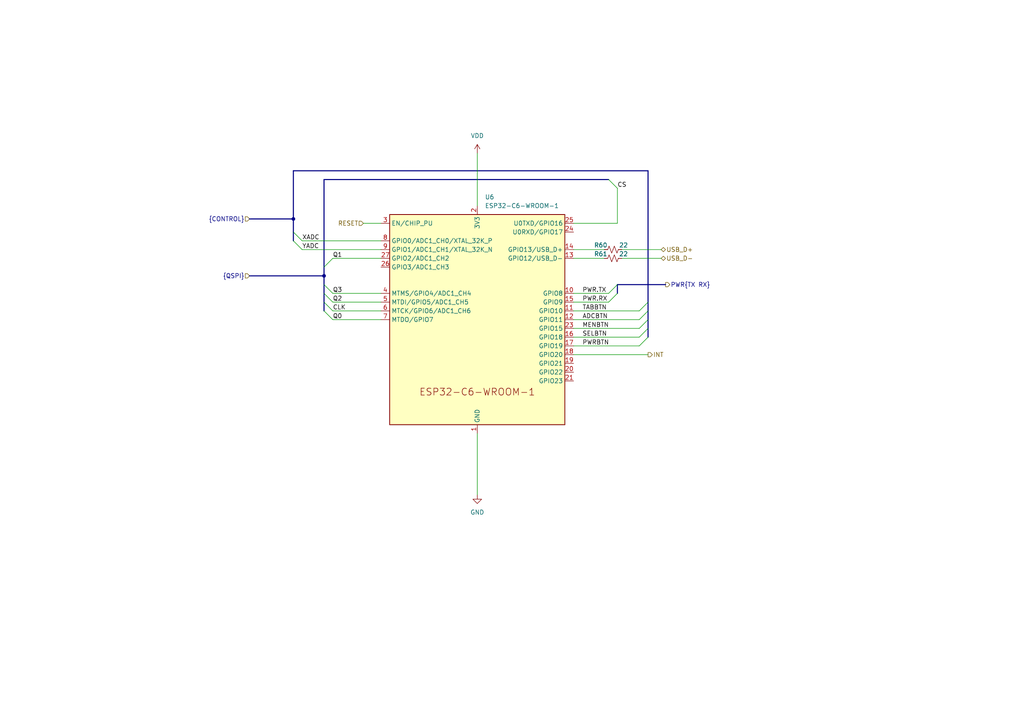
<source format=kicad_sch>
(kicad_sch (version 20250114) (generator "eeschema") (generator_version "9.0")
  (paper "A4")
  (title_block (title "WiFi Microcontroller") (rev "A") (company "MLABS") (comment 1 "MSign-NG"))
  (lib_symbols
    (symbol "Device:R_Small_US" (pin_numbers (hide yes)) (pin_names (offset 0.254) (hide yes))
      (property "Reference" "R" (at 0.762 0.508 0))
      (property "Value" "R_Small_US" (at 0.762 -1.016 0))
      (symbol "R_Small_US_1_1"
        (polyline (pts (xy 0 1.524) (xy 1.016 1.143) (xy 0 0.762) (xy -1.016 0.381) (xy 0 0)))
        (polyline (pts (xy 0 0) (xy 1.016 -0.381) (xy 0 -0.762) (xy -1.016 -1.143) (xy 0 -1.524)))
        (pin passive line (at 0 2.54 270) (length 1.016) (name "~") (number "1"))
        (pin passive line (at 0 -2.54 90) (length 1.016) (name "~") (number "2"))
      )
    )
    (symbol "PCM_Espressif:ESP32-C6-WROOM-1"
      (property "Reference" "U" (at -25.4 35.56 0))
      (property "Value" "ESP32-C6-WROOM-1" (at -25.4 33.02 0))
      (symbol "ESP32-C6-WROOM-1_0_0"
        (text "ESP32-C6-WROOM-1" (at 0 -20.955 0) (effects (font (size 2 2))))
      )
      (symbol "ESP32-C6-WROOM-1_0_1"
        (rectangle (start -25.4 30.48) (end 25.4 -30.48) (stroke (width 0.254)) (fill (type background)))
      )
      (symbol "ESP32-C6-WROOM-1_1_1"
        (pin input line (at -27.94 27.94 0) (length 2.54) (name "EN/CHIP_PU") (number "3"))
        (pin bidirectional line (at -27.94 22.86 0) (length 2.54) (name "GPIO0/ADC1_CH0/XTAL_32K_P") (number "8"))
        (pin bidirectional line (at -27.94 20.32 0) (length 2.54) (name "GPIO1/ADC1_CH1/XTAL_32K_N") (number "9"))
        (pin bidirectional line (at -27.94 17.78 0) (length 2.54) (name "GPIO2/ADC1_CH2") (number "27"))
        (pin bidirectional line (at -27.94 15.24 0) (length 2.54) (name "GPIO3/ADC1_CH3") (number "26"))
        (pin bidirectional line (at -27.94 7.62 0) (length 2.54) (name "MTMS/GPIO4/ADC1_CH4") (number "4"))
        (pin bidirectional line (at -27.94 5.08 0) (length 2.54) (name "MTDI/GPIO5/ADC1_CH5") (number "5"))
        (pin bidirectional line (at -27.94 2.54 0) (length 2.54) (name "MTCK/GPIO6/ADC1_CH6") (number "6"))
        (pin bidirectional line (at -27.94 0 0) (length 2.54) (name "MTDO/GPIO7") (number "7"))
        (pin no_connect line (at -25.4 -12.7 0) (length 2.54) (hide yes) (name "NC") (number "22"))
        (pin power_in line (at 0 33.02 270) (length 2.54) (name "3V3") (number "2"))
        (pin power_in line (at 0 -33.02 90) (length 2.54) (name "GND") (number "1"))
        (pin passive line (at 0 -33.02 90) (length 2.54) (hide yes) (name "GND") (number "28"))
        (pin passive line (at 0 -33.02 90) (length 2.54) (hide yes) (name "GND") (number "29"))
        (pin bidirectional line (at 27.94 27.94 180) (length 2.54) (name "U0TXD/GPIO16") (number "25"))
        (pin bidirectional line (at 27.94 25.4 180) (length 2.54) (name "U0RXD/GPIO17") (number "24"))
        (pin bidirectional line (at 27.94 20.32 180) (length 2.54) (name "GPIO13/USB_D+") (number "14"))
        (pin bidirectional line (at 27.94 17.78 180) (length 2.54) (name "GPIO12/USB_D-") (number "13"))
        (pin bidirectional line (at 27.94 7.62 180) (length 2.54) (name "GPIO8") (number "10"))
        (pin bidirectional line (at 27.94 5.08 180) (length 2.54) (name "GPIO9") (number "15"))
        (pin bidirectional line (at 27.94 2.54 180) (length 2.54) (name "GPIO10") (number "11"))
        (pin bidirectional line (at 27.94 0 180) (length 2.54) (name "GPIO11") (number "12"))
        (pin bidirectional line (at 27.94 -2.54 180) (length 2.54) (name "GPIO15") (number "23"))
        (pin bidirectional line (at 27.94 -5.08 180) (length 2.54) (name "GPIO18") (number "16"))
        (pin bidirectional line (at 27.94 -7.62 180) (length 2.54) (name "GPIO19") (number "17"))
        (pin bidirectional line (at 27.94 -10.16 180) (length 2.54) (name "GPIO20") (number "18"))
        (pin bidirectional line (at 27.94 -12.7 180) (length 2.54) (name "GPIO21") (number "19"))
        (pin bidirectional line (at 27.94 -15.24 180) (length 2.54) (name "GPIO22") (number "20"))
        (pin bidirectional line (at 27.94 -17.78 180) (length 2.54) (name "GPIO23") (number "21"))
      )
    )
    (symbol "power:GND" (power) (pin_numbers (hide yes)) (pin_names (offset 0) (hide yes))
      (property "Value" "GND" (at 0 -3.81 0))
      (symbol "GND_0_1"
        (polyline (pts (xy 0 0) (xy 0 -1.27) (xy 1.27 -1.27) (xy 0 -2.54) (xy -1.27 -1.27) (xy 0 -1.27)))
      )
      (symbol "GND_1_1"
        (pin power_in line (at 0 0 270) (length 0) (name "~") (number "1"))
      )
    )
    (symbol "power:VDD" (power) (pin_numbers (hide yes)) (pin_names (offset 0) (hide yes))
      (property "Value" "VDD" (at 0 3.556 0))
      (symbol "VDD_0_1"
        (polyline (pts (xy -0.762 1.27) (xy 0 2.54)))
        (polyline (pts (xy 0 2.54) (xy 0.762 1.27)))
        (polyline (pts (xy 0 0) (xy 0 2.54)))
      )
      (symbol "VDD_1_1"
        (pin power_in line (at 0 0 90) (length 0) (name "~") (number "1"))
      )
    )
  )
  (junction (at 93.98 80.01))
  (junction (at 85.09 63.5))
  (bus_entry (at 187.96 97.79) (size -2.54 2.54))
  (bus_entry (at 187.96 87.63) (size -2.54 2.54))
  (bus_entry (at 187.96 90.17) (size -2.54 2.54))
  (bus_entry (at 179.07 85.09) (size -2.54 2.54))
  (bus_entry (at 93.98 85.09) (size 2.54 2.54))
  (bus_entry (at 187.96 95.25) (size -2.54 2.54))
  (bus_entry (at 85.09 67.31) (size 2.54 2.54))
  (bus_entry (at 85.09 69.85) (size 2.54 2.54))
  (bus_entry (at 93.98 90.17) (size 2.54 2.54))
  (bus_entry (at 176.53 52.07) (size 2.54 2.54))
  (bus_entry (at 93.98 77.47) (size 2.54 -2.54))
  (bus_entry (at 93.98 87.63) (size 2.54 2.54))
  (bus_entry (at 187.96 92.71) (size -2.54 2.54))
  (bus_entry (at 179.07 82.55) (size -2.54 2.54))
  (bus_entry (at 93.98 82.55) (size 2.54 2.54))
  (wire (pts (xy 166.37 97.79) (xy 185.42 97.79)))
  (bus (pts (xy 93.98 52.07) (xy 176.53 52.07)))
  (bus (pts (xy 85.09 63.5) (xy 85.09 67.31)))
  (wire (pts (xy 138.43 125.73) (xy 138.43 143.51)))
  (wire (pts (xy 96.52 85.09) (xy 110.49 85.09)))
  (wire (pts (xy 179.07 54.61) (xy 179.07 64.77)))
  (bus (pts (xy 93.98 85.09) (xy 93.98 87.63)))
  (bus (pts (xy 187.96 95.25) (xy 187.96 97.79)))
  (wire (pts (xy 166.37 87.63) (xy 176.53 87.63)))
  (bus (pts (xy 93.98 77.47) (xy 93.98 80.01)))
  (wire (pts (xy 96.52 90.17) (xy 110.49 90.17)))
  (wire (pts (xy 166.37 100.33) (xy 185.42 100.33)))
  (wire (pts (xy 138.43 44.45) (xy 138.43 59.69)))
  (wire (pts (xy 166.37 95.25) (xy 185.42 95.25)))
  (wire (pts (xy 166.37 90.17) (xy 185.42 90.17)))
  (wire (pts (xy 166.37 102.87) (xy 187.96 102.87)))
  (bus (pts (xy 187.96 90.17) (xy 187.96 92.71)))
  (wire (pts (xy 105.41 64.77) (xy 110.49 64.77)))
  (bus (pts (xy 93.98 82.55) (xy 93.98 85.09)))
  (wire (pts (xy 87.63 72.39) (xy 110.49 72.39)))
  (bus (pts (xy 85.09 63.5) (xy 85.09 49.53)))
  (wire (pts (xy 166.37 92.71) (xy 185.42 92.71)))
  (wire (pts (xy 180.34 72.39) (xy 191.77 72.39)))
  (bus (pts (xy 187.96 87.63) (xy 187.96 90.17)))
  (bus (pts (xy 93.98 77.47) (xy 93.98 52.07)))
  (bus (pts (xy 193.04 82.55) (xy 179.07 82.55)))
  (bus (pts (xy 72.39 63.5) (xy 85.09 63.5)))
  (bus (pts (xy 187.96 92.71) (xy 187.96 95.25)))
  (wire (pts (xy 96.52 87.63) (xy 110.49 87.63)))
  (wire (pts (xy 166.37 72.39) (xy 175.26 72.39)))
  (bus (pts (xy 85.09 49.53) (xy 187.96 49.53)))
  (wire (pts (xy 166.37 74.93) (xy 175.26 74.93)))
  (wire (pts (xy 166.37 85.09) (xy 176.53 85.09)))
  (bus (pts (xy 179.07 82.55) (xy 179.07 85.09)))
  (wire (pts (xy 166.37 64.77) (xy 179.07 64.77)))
  (bus (pts (xy 187.96 49.53) (xy 187.96 87.63)))
  (bus (pts (xy 93.98 80.01) (xy 93.98 82.55)))
  (wire (pts (xy 96.52 74.93) (xy 110.49 74.93)))
  (bus (pts (xy 93.98 87.63) (xy 93.98 90.17)))
  (wire (pts (xy 180.34 74.93) (xy 191.77 74.93)))
  (bus (pts (xy 85.09 67.31) (xy 85.09 69.85)))
  (bus (pts (xy 72.39 80.01) (xy 93.98 80.01)))
  (wire (pts (xy 96.52 92.71) (xy 110.49 92.71)))
  (wire (pts (xy 87.63 69.85) (xy 110.49 69.85)))
  (label "SELBTN" (at 168.91 97.79 0))
  (label "CS" (at 179.07 54.61 0))
  (label "Q0" (at 96.52 92.71 0))
  (label "PWRBTN" (at 168.91 100.33 0))
  (label "CLK" (at 96.52 90.17 0))
  (label "Q3" (at 96.52 85.09 0))
  (label "MENBTN" (at 168.91 95.25 0))
  (label "ADCBTN" (at 168.91 92.71 0))
  (label "TABBTN" (at 168.91 90.17 0))
  (label "YADC" (at 87.63 72.39 0))
  (label "PWR.RX" (at 168.91 87.63 0))
  (label "Q1" (at 96.52 74.93 0))
  (label "PWR.TX" (at 168.91 85.09 0))
  (label "XADC" (at 87.63 69.85 0))
  (label "Q2" (at 96.52 87.63 0))
  (hierarchical_label "USB_D+" (shape bidirectional) (at 191.77 72.39 0))
  (hierarchical_label "USB_D-" (shape bidirectional) (at 191.77 74.93 0))
  (hierarchical_label "PWR{TX RX}" (shape output) (at 193.04 82.55 0))
  (hierarchical_label "{CONTROL}" (shape input) (at 72.39 63.5 180))
  (hierarchical_label "RESET" (shape input) (at 105.41 64.77 180))
  (hierarchical_label "INT" (shape output) (at 187.96 102.87 0))
  (hierarchical_label "{QSPI}" (shape input) (at 72.39 80.01 180))
  (symbol (lib_id "power:VDD") (at 138.43 44.45 0) (unit 1)
    (property "Reference" "#PWR015" (effects (hide yes)))
    (property "Value" "VDD" (at 138.43 39.37 0))
    (property "Description" "Power symbol creates a global label with name \"VDD\"" (effects (hide yes)))
  )
  (symbol (lib_id "Device:R_Small_US") (at 177.8 74.93 90) (unit 1)
    (property "Reference" "R61" (at 174.244 73.66 90))
    (property "Value" "22" (at 180.848 73.66 90))
    (property "Footprint" "Resistor_SMD:R_0402_1005Metric" (effects (hide yes)))
    (property "Description" "Resistor, small US symbol" (effects (hide yes)))
    (property "Part" " 0402WGF220JTCE" (effects (hide yes)))
  )
  (symbol (lib_id "Device:R_Small_US") (at 177.8 72.39 90) (unit 1)
    (property "Reference" "R60" (at 174.244 71.12 90))
    (property "Value" "22" (at 180.848 71.12 90))
    (property "Footprint" "Resistor_SMD:R_0402_1005Metric" (effects (hide yes)))
    (property "Description" "Resistor, small US symbol" (effects (hide yes)))
    (property "Part" " 0402WGF220JTCE" (effects (hide yes)))
  )
  (symbol (lib_id "power:GND") (at 138.43 143.51 0) (unit 1)
    (property "Reference" "#PWR016" (effects (hide yes)))
    (property "Value" "GND" (at 138.43 148.59 0))
    (property "Description" "Power symbol creates a global label with name \"GND\" , ground" (effects (hide yes)))
  )
  (symbol (lib_id "PCM_Espressif:ESP32-C6-WROOM-1") (at 138.43 92.71 0) (unit 1)
    (property "Reference" "U6" (at 140.6241 57.15 0) (effects (justify left)))
    (property "Value" "ESP32-C6-WROOM-1" (at 140.6241 59.69 0) (effects (justify left)))
    (property "Footprint" "PCM_Espressif:ESP32-C6-WROOM-1" (effects (hide yes)))
    (property "Datasheet" "https://www.espressif.com/sites/default/files/documentation/esp32-c6-wroom-1_wroom-1u_datasheet_en.pdf" (effects (hide yes)))
    (property "Description" "ESP32-C6-WROOM-1/U is a module that supports 2.4 GHz Wi-Fi 6 (802.11 ax), Bluetooth® 5 (LE), Zigbee and Thread (802.15.4)" (effects (hide yes)))
  )
)
</source>
